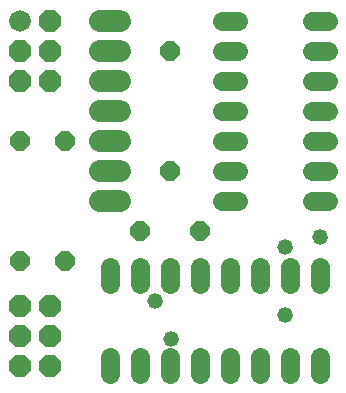
<source format=gts>
G75*
%MOIN*%
%OFA0B0*%
%FSLAX25Y25*%
%IPPOS*%
%LPD*%
%AMOC8*
5,1,8,0,0,1.08239X$1,22.5*
%
%ADD10OC8,0.06400*%
%ADD11C,0.06400*%
%ADD12OC8,0.07200*%
%ADD13C,0.07200*%
%ADD14C,0.07200*%
%ADD15C,0.05200*%
D10*
X0014500Y0046800D03*
X0029500Y0046800D03*
X0054500Y0056800D03*
X0064500Y0076800D03*
X0074500Y0056800D03*
X0029500Y0086800D03*
X0014500Y0086800D03*
X0064500Y0116800D03*
D11*
X0081700Y0116800D02*
X0087300Y0116800D01*
X0087300Y0106800D02*
X0081700Y0106800D01*
X0081700Y0096800D02*
X0087300Y0096800D01*
X0087300Y0086800D02*
X0081700Y0086800D01*
X0081700Y0076800D02*
X0087300Y0076800D01*
X0087300Y0066800D02*
X0081700Y0066800D01*
X0084500Y0044600D02*
X0084500Y0039000D01*
X0074500Y0039000D02*
X0074500Y0044600D01*
X0064500Y0044600D02*
X0064500Y0039000D01*
X0054500Y0039000D02*
X0054500Y0044600D01*
X0044500Y0044600D02*
X0044500Y0039000D01*
X0044500Y0014600D02*
X0044500Y0009000D01*
X0054500Y0009000D02*
X0054500Y0014600D01*
X0064500Y0014600D02*
X0064500Y0009000D01*
X0074500Y0009000D02*
X0074500Y0014600D01*
X0084500Y0014600D02*
X0084500Y0009000D01*
X0094500Y0009000D02*
X0094500Y0014600D01*
X0104500Y0014600D02*
X0104500Y0009000D01*
X0114500Y0009000D02*
X0114500Y0014600D01*
X0114500Y0039000D02*
X0114500Y0044600D01*
X0104500Y0044600D02*
X0104500Y0039000D01*
X0094500Y0039000D02*
X0094500Y0044600D01*
X0111700Y0066800D02*
X0117300Y0066800D01*
X0117300Y0076800D02*
X0111700Y0076800D01*
X0111700Y0086800D02*
X0117300Y0086800D01*
X0117300Y0096800D02*
X0111700Y0096800D01*
X0111700Y0106800D02*
X0117300Y0106800D01*
X0117300Y0116800D02*
X0111700Y0116800D01*
X0111700Y0126800D02*
X0117300Y0126800D01*
X0087300Y0126800D02*
X0081700Y0126800D01*
D12*
X0014500Y0011800D03*
X0014500Y0021800D03*
X0014500Y0031800D03*
X0024500Y0031800D03*
X0024500Y0021800D03*
X0024500Y0011800D03*
X0024500Y0106800D03*
X0024500Y0116800D03*
X0024500Y0126800D03*
X0014500Y0116800D03*
X0014500Y0106800D03*
D13*
X0014500Y0126800D03*
D14*
X0041300Y0126800D02*
X0047700Y0126800D01*
X0047700Y0116800D02*
X0041300Y0116800D01*
X0041300Y0106800D02*
X0047700Y0106800D01*
X0047700Y0096800D02*
X0041300Y0096800D01*
X0041300Y0086800D02*
X0047700Y0086800D01*
X0047700Y0076800D02*
X0041300Y0076800D01*
X0041300Y0066800D02*
X0047700Y0066800D01*
D15*
X0059400Y0033500D03*
X0064800Y0020700D03*
X0102700Y0028600D03*
X0102900Y0051400D03*
X0114400Y0054600D03*
M02*

</source>
